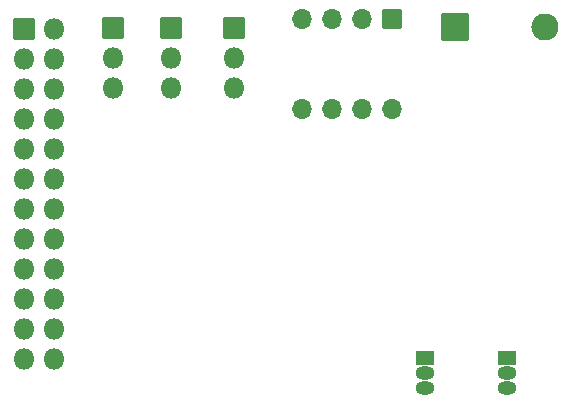
<source format=gbs>
%TF.GenerationSoftware,KiCad,Pcbnew,(6.0.2)*%
%TF.CreationDate,2022-04-01T15:45:15-05:00*%
%TF.ProjectId,bassDrum,62617373-4472-4756-9d2e-6b696361645f,rev?*%
%TF.SameCoordinates,Original*%
%TF.FileFunction,Soldermask,Bot*%
%TF.FilePolarity,Negative*%
%FSLAX46Y46*%
G04 Gerber Fmt 4.6, Leading zero omitted, Abs format (unit mm)*
G04 Created by KiCad (PCBNEW (6.0.2)) date 2022-04-01 15:45:15*
%MOMM*%
%LPD*%
G01*
G04 APERTURE LIST*
G04 Aperture macros list*
%AMRoundRect*
0 Rectangle with rounded corners*
0 $1 Rounding radius*
0 $2 $3 $4 $5 $6 $7 $8 $9 X,Y pos of 4 corners*
0 Add a 4 corners polygon primitive as box body*
4,1,4,$2,$3,$4,$5,$6,$7,$8,$9,$2,$3,0*
0 Add four circle primitives for the rounded corners*
1,1,$1+$1,$2,$3*
1,1,$1+$1,$4,$5*
1,1,$1+$1,$6,$7*
1,1,$1+$1,$8,$9*
0 Add four rect primitives between the rounded corners*
20,1,$1+$1,$2,$3,$4,$5,0*
20,1,$1+$1,$4,$5,$6,$7,0*
20,1,$1+$1,$6,$7,$8,$9,0*
20,1,$1+$1,$8,$9,$2,$3,0*%
G04 Aperture macros list end*
%ADD10O,1.700000X1.700000*%
%ADD11RoundRect,0.050000X-0.800000X0.800000X-0.800000X-0.800000X0.800000X-0.800000X0.800000X0.800000X0*%
%ADD12RoundRect,0.050000X-0.750000X0.525000X-0.750000X-0.525000X0.750000X-0.525000X0.750000X0.525000X0*%
%ADD13O,1.600000X1.150000*%
%ADD14O,1.800000X1.800000*%
%ADD15RoundRect,0.050000X-0.850000X-0.850000X0.850000X-0.850000X0.850000X0.850000X-0.850000X0.850000X0*%
%ADD16O,2.300000X2.300000*%
%ADD17RoundRect,0.050000X-1.100000X-1.100000X1.100000X-1.100000X1.100000X1.100000X-1.100000X1.100000X0*%
G04 APERTURE END LIST*
D10*
%TO.C,SW2*%
X146050000Y-86868000D03*
X138430000Y-79248000D03*
X143510000Y-86868000D03*
X140970000Y-79248000D03*
X140970000Y-86868000D03*
X143510000Y-79248000D03*
X138430000Y-86868000D03*
D11*
X146050000Y-79248000D03*
%TD*%
D12*
%TO.C,Q2*%
X155803600Y-107899200D03*
D13*
X155803600Y-110439200D03*
X155803600Y-109169200D03*
%TD*%
D12*
%TO.C,Q1*%
X148818600Y-107899200D03*
D13*
X148818600Y-110439200D03*
X148818600Y-109169200D03*
%TD*%
D14*
%TO.C,J5*%
X132689600Y-85090000D03*
X132689600Y-82550000D03*
D15*
X132689600Y-80010000D03*
%TD*%
D14*
%TO.C,J3*%
X127355600Y-85090000D03*
X127355600Y-82550000D03*
D15*
X127355600Y-80010000D03*
%TD*%
D14*
%TO.C,J2*%
X122428000Y-85090000D03*
X122428000Y-82550000D03*
D15*
X122428000Y-80010000D03*
%TD*%
D14*
%TO.C,J1*%
X117434400Y-108031200D03*
X114894400Y-108031200D03*
X117434400Y-105491200D03*
X114894400Y-105491200D03*
X117434400Y-102951200D03*
X114894400Y-102951200D03*
X117434400Y-100411200D03*
X114894400Y-100411200D03*
X117434400Y-97871200D03*
X114894400Y-97871200D03*
X117434400Y-95331200D03*
X114894400Y-95331200D03*
X117434400Y-92791200D03*
X114894400Y-92791200D03*
X117434400Y-90251200D03*
X114894400Y-90251200D03*
X117434400Y-87711200D03*
X114894400Y-87711200D03*
X117434400Y-85171200D03*
X114894400Y-85171200D03*
X117434400Y-82631200D03*
X114894400Y-82631200D03*
X117434400Y-80091200D03*
D15*
X114894400Y-80091200D03*
%TD*%
D16*
%TO.C,D1*%
X159004000Y-79883000D03*
D17*
X151384000Y-79883000D03*
%TD*%
M02*

</source>
